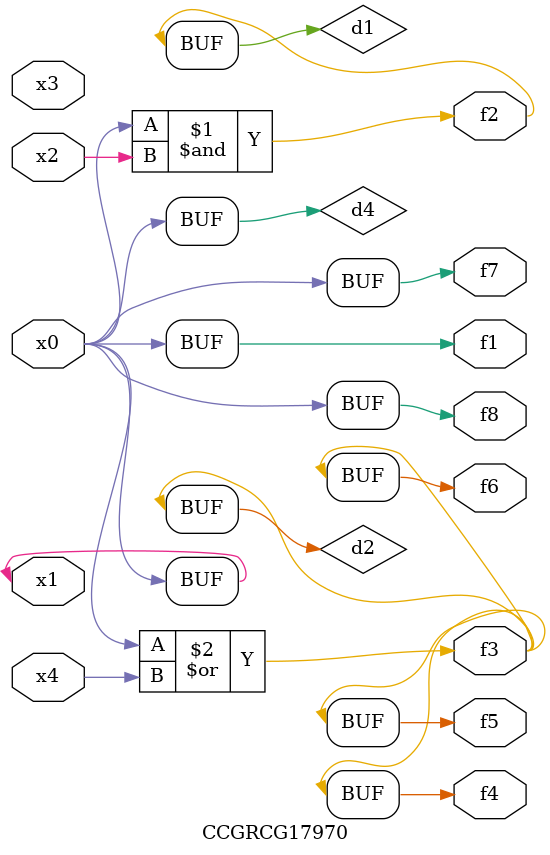
<source format=v>
module CCGRCG17970(
	input x0, x1, x2, x3, x4,
	output f1, f2, f3, f4, f5, f6, f7, f8
);

	wire d1, d2, d3, d4;

	and (d1, x0, x2);
	or (d2, x0, x4);
	nand (d3, x0, x2);
	buf (d4, x0, x1);
	assign f1 = d4;
	assign f2 = d1;
	assign f3 = d2;
	assign f4 = d2;
	assign f5 = d2;
	assign f6 = d2;
	assign f7 = d4;
	assign f8 = d4;
endmodule

</source>
